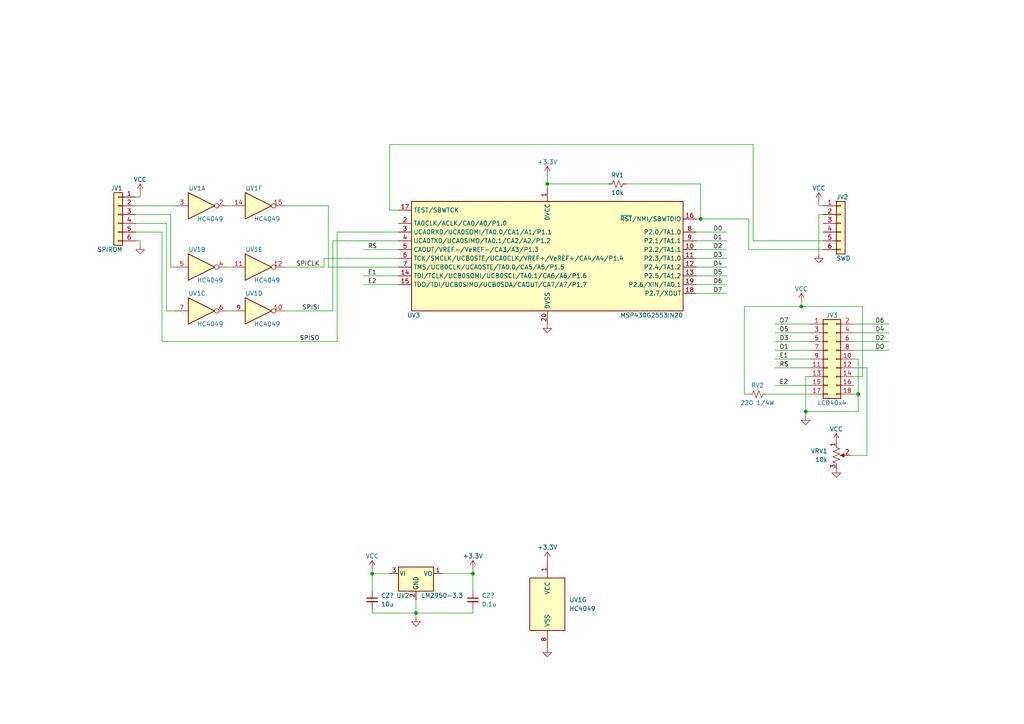
<source format=kicad_sch>
(kicad_sch (version 20211123) (generator eeschema)
  (paper "A4")
  (lib_symbols
    (symbol "4xxx:4049" (pin_names (offset 1.016))
      (property "Reference" "U" (at 0 1.27 0))
      (property "Value" "4049" (at 0 -1.27 0))
      (symbol "4049_1_0"
        (polyline (pts (xy -3.81 3.81) (xy -3.81 -3.81) (xy 3.81 0) (xy -3.81 3.81)) (stroke (width 0.254)) (fill (type background)))
        (pin output inverted (at 7.62 0 180) (length 3.81) (name "~") (number "2"))
        (pin input line (at -7.62 0 0) (length 3.81) (name "~") (number "3"))
      )
      (symbol "4049_2_0"
        (polyline (pts (xy -3.81 3.81) (xy -3.81 -3.81) (xy 3.81 0) (xy -3.81 3.81)) (stroke (width 0.254)) (fill (type background)))
        (pin output inverted (at 7.62 0 180) (length 3.81) (name "~") (number "4"))
        (pin input line (at -7.62 0 0) (length 3.81) (name "~") (number "5"))
      )
      (symbol "4049_3_0"
        (polyline (pts (xy -3.81 3.81) (xy -3.81 -3.81) (xy 3.81 0) (xy -3.81 3.81)) (stroke (width 0.254)) (fill (type background)))
        (pin output inverted (at 7.62 0 180) (length 3.81) (name "~") (number "6"))
        (pin input line (at -7.62 0 0) (length 3.81) (name "~") (number "7"))
      )
      (symbol "4049_4_0"
        (polyline (pts (xy -3.81 3.81) (xy -3.81 -3.81) (xy 3.81 0) (xy -3.81 3.81)) (stroke (width 0.254)) (fill (type background)))
        (pin output inverted (at 7.62 0 180) (length 3.81) (name "~") (number "10"))
        (pin input line (at -7.62 0 0) (length 3.81) (name "~") (number "9"))
      )
      (symbol "4049_5_0"
        (polyline (pts (xy -3.81 3.81) (xy -3.81 -3.81) (xy 3.81 0) (xy -3.81 3.81)) (stroke (width 0.254)) (fill (type background)))
        (pin input line (at -7.62 0 0) (length 3.81) (name "~") (number "11"))
        (pin output inverted (at 7.62 0 180) (length 3.81) (name "~") (number "12"))
      )
      (symbol "4049_6_0"
        (polyline (pts (xy -3.81 3.81) (xy -3.81 -3.81) (xy 3.81 0) (xy -3.81 3.81)) (stroke (width 0.254)) (fill (type background)))
        (pin input line (at -7.62 0 0) (length 3.81) (name "~") (number "14"))
        (pin output inverted (at 7.62 0 180) (length 3.81) (name "~") (number "15"))
      )
      (symbol "4049_7_0"
        (pin power_in line (at 0 12.7 270) (length 5.08) (name "VCC") (number "1"))
        (pin power_in line (at 0 -12.7 90) (length 5.08) (name "VSS") (number "8"))
      )
      (symbol "4049_7_1"
        (rectangle (start -5.08 7.62) (end 5.08 -7.62) (stroke (width 0.254)) (fill (type background)))
      )
    )
    (symbol "Connector_Generic:Conn_01x06" (pin_names (offset 1.016) hide)
      (property "Reference" "J" (at 0 7.62 0))
      (property "Value" "Conn_01x06" (at 0 -10.16 0))
      (symbol "Conn_01x06_1_1"
        (rectangle (start -1.27 -7.493) (end 0 -7.747) (stroke (width 0.1524)))
        (rectangle (start -1.27 -4.953) (end 0 -5.207) (stroke (width 0.1524)))
        (rectangle (start -1.27 -2.413) (end 0 -2.667) (stroke (width 0.1524)))
        (rectangle (start -1.27 0.127) (end 0 -0.127) (stroke (width 0.1524)))
        (rectangle (start -1.27 2.667) (end 0 2.413) (stroke (width 0.1524)))
        (rectangle (start -1.27 5.207) (end 0 4.953) (stroke (width 0.1524)))
        (rectangle (start -1.27 6.35) (end 1.27 -8.89) (stroke (width 0.254)) (fill (type background)))
        (pin passive line (at -5.08 5.08 0) (length 3.81) (name "Pin_1") (number "1"))
        (pin passive line (at -5.08 2.54 0) (length 3.81) (name "Pin_2") (number "2"))
        (pin passive line (at -5.08 0 0) (length 3.81) (name "Pin_3") (number "3"))
        (pin passive line (at -5.08 -2.54 0) (length 3.81) (name "Pin_4") (number "4"))
        (pin passive line (at -5.08 -5.08 0) (length 3.81) (name "Pin_5") (number "5"))
        (pin passive line (at -5.08 -7.62 0) (length 3.81) (name "Pin_6") (number "6"))
      )
    )
    (symbol "Connector_Generic:Conn_02x09_Odd_Even" (pin_names (offset 1.016) hide)
      (property "Reference" "J" (at 1.27 12.7 0))
      (property "Value" "Conn_02x09_Odd_Even" (at 1.27 -12.7 0))
      (symbol "Conn_02x09_Odd_Even_1_1"
        (rectangle (start -1.27 -10.033) (end 0 -10.287) (stroke (width 0.1524)))
        (rectangle (start -1.27 -7.493) (end 0 -7.747) (stroke (width 0.1524)))
        (rectangle (start -1.27 -4.953) (end 0 -5.207) (stroke (width 0.1524)))
        (rectangle (start -1.27 -2.413) (end 0 -2.667) (stroke (width 0.1524)))
        (rectangle (start -1.27 0.127) (end 0 -0.127) (stroke (width 0.1524)))
        (rectangle (start -1.27 2.667) (end 0 2.413) (stroke (width 0.1524)))
        (rectangle (start -1.27 5.207) (end 0 4.953) (stroke (width 0.1524)))
        (rectangle (start -1.27 7.747) (end 0 7.493) (stroke (width 0.1524)))
        (rectangle (start -1.27 10.287) (end 0 10.033) (stroke (width 0.1524)))
        (rectangle (start -1.27 11.43) (end 3.81 -11.43) (stroke (width 0.254)) (fill (type background)))
        (rectangle (start 3.81 -10.033) (end 2.54 -10.287) (stroke (width 0.1524)))
        (rectangle (start 3.81 -7.493) (end 2.54 -7.747) (stroke (width 0.1524)))
        (rectangle (start 3.81 -4.953) (end 2.54 -5.207) (stroke (width 0.1524)))
        (rectangle (start 3.81 -2.413) (end 2.54 -2.667) (stroke (width 0.1524)))
        (rectangle (start 3.81 0.127) (end 2.54 -0.127) (stroke (width 0.1524)))
        (rectangle (start 3.81 2.667) (end 2.54 2.413) (stroke (width 0.1524)))
        (rectangle (start 3.81 5.207) (end 2.54 4.953) (stroke (width 0.1524)))
        (rectangle (start 3.81 7.747) (end 2.54 7.493) (stroke (width 0.1524)))
        (rectangle (start 3.81 10.287) (end 2.54 10.033) (stroke (width 0.1524)))
        (pin passive line (at -5.08 10.16 0) (length 3.81) (name "Pin_1") (number "1"))
        (pin passive line (at 7.62 0 180) (length 3.81) (name "Pin_10") (number "10"))
        (pin passive line (at -5.08 -2.54 0) (length 3.81) (name "Pin_11") (number "11"))
        (pin passive line (at 7.62 -2.54 180) (length 3.81) (name "Pin_12") (number "12"))
        (pin passive line (at -5.08 -5.08 0) (length 3.81) (name "Pin_13") (number "13"))
        (pin passive line (at 7.62 -5.08 180) (length 3.81) (name "Pin_14") (number "14"))
        (pin passive line (at -5.08 -7.62 0) (length 3.81) (name "Pin_15") (number "15"))
        (pin passive line (at 7.62 -7.62 180) (length 3.81) (name "Pin_16") (number "16"))
        (pin passive line (at -5.08 -10.16 0) (length 3.81) (name "Pin_17") (number "17"))
        (pin passive line (at 7.62 -10.16 180) (length 3.81) (name "Pin_18") (number "18"))
        (pin passive line (at 7.62 10.16 180) (length 3.81) (name "Pin_2") (number "2"))
        (pin passive line (at -5.08 7.62 0) (length 3.81) (name "Pin_3") (number "3"))
        (pin passive line (at 7.62 7.62 180) (length 3.81) (name "Pin_4") (number "4"))
        (pin passive line (at -5.08 5.08 0) (length 3.81) (name "Pin_5") (number "5"))
        (pin passive line (at 7.62 5.08 180) (length 3.81) (name "Pin_6") (number "6"))
        (pin passive line (at -5.08 2.54 0) (length 3.81) (name "Pin_7") (number "7"))
        (pin passive line (at 7.62 2.54 180) (length 3.81) (name "Pin_8") (number "8"))
        (pin passive line (at -5.08 0 0) (length 3.81) (name "Pin_9") (number "9"))
      )
    )
    (symbol "Device:C_Small" (pin_numbers hide) (pin_names (offset 0.254) hide)
      (property "Reference" "C" (at 0.254 1.778 0))
      (property "Value" "C_Small" (at 0.254 -2.032 0))
      (symbol "C_Small_0_1"
        (polyline (pts (xy -1.524 -0.508) (xy 1.524 -0.508)) (stroke (width 0.3302)))
        (polyline (pts (xy -1.524 0.508) (xy 1.524 0.508)) (stroke (width 0.3048)))
      )
      (symbol "C_Small_1_1"
        (pin passive line (at 0 2.54 270) (length 2.032) (name "~") (number "1"))
        (pin passive line (at 0 -2.54 90) (length 2.032) (name "~") (number "2"))
      )
    )
    (symbol "Device:R_Potentiometer_US" (pin_names (offset 1.016) hide)
      (property "Reference" "RV" (at -4.445 0 90))
      (property "Value" "R_Potentiometer_US" (at -2.54 0 90))
      (symbol "R_Potentiometer_US_0_1"
        (polyline (pts (xy 0 -2.286) (xy 0 -2.54)))
        (polyline (pts (xy 0 2.54) (xy 0 2.286)))
        (polyline (pts (xy 2.54 0) (xy 1.524 0)))
        (polyline (pts (xy 1.143 0) (xy 2.286 0.508) (xy 2.286 -0.508) (xy 1.143 0)) (fill (type outline)))
        (polyline (pts (xy 0 -0.762) (xy 1.016 -1.143) (xy 0 -1.524) (xy -1.016 -1.905) (xy 0 -2.286)))
        (polyline (pts (xy 0 0.762) (xy 1.016 0.381) (xy 0 0) (xy -1.016 -0.381) (xy 0 -0.762)))
        (polyline (pts (xy 0 2.286) (xy 1.016 1.905) (xy 0 1.524) (xy -1.016 1.143) (xy 0 0.762)))
      )
      (symbol "R_Potentiometer_US_1_1"
        (pin passive line (at 0 3.81 270) (length 1.27) (name "1") (number "1"))
        (pin passive line (at 3.81 0 180) (length 1.27) (name "2") (number "2"))
        (pin passive line (at 0 -3.81 90) (length 1.27) (name "3") (number "3"))
      )
    )
    (symbol "Device:R_Small_US" (pin_numbers hide) (pin_names (offset 0.254) hide)
      (property "Reference" "R" (at 0.762 0.508 0))
      (property "Value" "R_Small_US" (at 0.762 -1.016 0))
      (symbol "R_Small_US_1_1"
        (polyline (pts (xy 0 0) (xy 1.016 -0.381) (xy 0 -0.762) (xy -1.016 -1.143) (xy 0 -1.524)))
        (polyline (pts (xy 0 1.524) (xy 1.016 1.143) (xy 0 0.762) (xy -1.016 0.381) (xy 0 0)))
        (pin passive line (at 0 2.54 270) (length 1.016) (name "~") (number "1"))
        (pin passive line (at 0 -2.54 90) (length 1.016) (name "~") (number "2"))
      )
    )
    (symbol "MCU_Texas_MSP430:MSP430G2553IN20"
      (property "Reference" "U" (at -38.1 17.78 0))
      (property "Value" "MSP430G2553IN20" (at 31.75 -16.51 0))
      (symbol "MSP430G2553IN20_0_1"
        (rectangle (start -39.37 16.51) (end 39.37 -15.24) (stroke (width 0.254)) (fill (type background)))
      )
      (symbol "MSP430G2553IN20_1_1"
        (pin power_in line (at 0 20.32 270) (length 3.81) (name "DVCC") (number "1"))
        (pin bidirectional line (at -43.18 2.54 0) (length 3.81) (name "P2.2/TA1.1") (number "10"))
        (pin bidirectional line (at -43.18 0 0) (length 3.81) (name "P2.3/TA1.0") (number "11"))
        (pin bidirectional line (at -43.18 -2.54 0) (length 3.81) (name "P2.4/TA1.2") (number "12"))
        (pin bidirectional line (at -43.18 -5.08 0) (length 3.81) (name "P2.5/TA1.2") (number "13"))
        (pin bidirectional line (at 43.18 -5.08 180) (length 3.81) (name "TDI/TCLK/UCB0SOMI/UCB0SCL/TA0.1/CA6/A6/P1.6") (number "14"))
        (pin bidirectional line (at 43.18 -7.62 180) (length 3.81) (name "TDO/TDI/UCB0SIMO/UCB0SDA/CAOUT/CA7/A7/P1.7") (number "15"))
        (pin input line (at -43.18 11.43 0) (length 3.81) (name "~{RST}/NMI/SBWTDIO") (number "16"))
        (pin input line (at 43.18 13.97 180) (length 3.81) (name "TEST/SBWTCK") (number "17"))
        (pin bidirectional line (at -43.18 -10.16 0) (length 3.81) (name "P2.7/XOUT") (number "18"))
        (pin bidirectional line (at -43.18 -7.62 0) (length 3.81) (name "P2.6/XIN/TA0.1") (number "19"))
        (pin bidirectional line (at 43.18 10.16 180) (length 3.81) (name "TA0CLK/ACLK/CA0/A0/P1.0") (number "2"))
        (pin power_in line (at 0 -19.05 90) (length 3.81) (name "DVSS") (number "20"))
        (pin bidirectional line (at 43.18 7.62 180) (length 3.81) (name "UCA0RXD/UCA0SOMI/TA0.0/CA1/A1/P1.1") (number "3"))
        (pin bidirectional line (at 43.18 5.08 180) (length 3.81) (name "UCA0TXD/UCA0SIMO/TA0.1/CA2/A2/P1.2") (number "4"))
        (pin bidirectional line (at 43.18 2.54 180) (length 3.81) (name "CAOUT/VREF-/VeREF-/CA3/A3/P1.3") (number "5"))
        (pin bidirectional line (at 43.18 0 180) (length 3.81) (name "TCK/SMCLK/UCB0STE/UCA0CLK/VREF+/VeREF+/CA4/A4/P1.4") (number "6"))
        (pin bidirectional line (at 43.18 -2.54 180) (length 3.81) (name "TMS/UCB0CLK/UCA0STE/TA0.0/CA5/A5/P1.5") (number "7"))
        (pin bidirectional line (at -43.18 7.62 0) (length 3.81) (name "P2.0/TA1.0") (number "8"))
        (pin bidirectional line (at -43.18 5.08 0) (length 3.81) (name "P2.1/TA1.1") (number "9"))
      )
    )
    (symbol "Regulator_Linear:LP2950-3.3_TO92" (pin_names (offset 0.254))
      (property "Reference" "U" (at -3.81 3.175 0))
      (property "Value" "LP2950-3.3_TO92" (at 0 3.175 0))
      (symbol "LP2950-3.3_TO92_0_1"
        (rectangle (start -5.08 -5.08) (end 5.08 1.905) (stroke (width 0.254)) (fill (type background)))
      )
      (symbol "LP2950-3.3_TO92_1_1"
        (pin power_out line (at 7.62 0 180) (length 2.54) (name "VO") (number "1"))
        (pin power_in line (at 0 -7.62 90) (length 2.54) (name "GND") (number "2"))
        (pin power_in line (at -7.62 0 0) (length 2.54) (name "VI") (number "3"))
      )
    )
    (symbol "power:+3.3V" (power) (pin_names (offset 0))
      (property "Value" "+3.3V" (at 0 3.556 0))
      (symbol "+3.3V_0_1"
        (polyline (pts (xy -0.762 1.27) (xy 0 2.54)))
        (polyline (pts (xy 0 0) (xy 0 2.54)))
        (polyline (pts (xy 0 2.54) (xy 0.762 1.27)))
      )
      (symbol "+3.3V_1_1"
        (pin power_in line (at 0 0 90) (length 0) hide (name "+3.3V") (number "1"))
      )
    )
    (symbol "power:GND" (power) (pin_names (offset 0))
      (property "Value" "GND" (at 0 -3.81 0))
      (symbol "GND_0_1"
        (polyline (pts (xy 0 0) (xy 0 -1.27) (xy 1.27 -1.27) (xy 0 -2.54) (xy -1.27 -1.27) (xy 0 -1.27)))
      )
      (symbol "GND_1_1"
        (pin power_in line (at 0 0 270) (length 0) hide (name "GND") (number "1"))
      )
    )
    (symbol "power:VCC" (power) (pin_names (offset 0))
      (property "Value" "VCC" (at 0 3.81 0))
      (symbol "VCC_0_1"
        (polyline (pts (xy -0.762 1.27) (xy 0 2.54)))
        (polyline (pts (xy 0 0) (xy 0 2.54)))
        (polyline (pts (xy 0 2.54) (xy 0.762 1.27)))
      )
      (symbol "VCC_1_1"
        (pin power_in line (at 0 0 90) (length 0) hide (name "VCC") (number "1"))
      )
    )
  )
  (junction (at 107.95 166.37))
  (junction (at 248.92 114.3))
  (junction (at 203.2 63.5))
  (junction (at 137.16 166.37))
  (junction (at 158.75 53.34))
  (junction (at 232.41 88.9))
  (junction (at 120.65 177.8))
  (junction (at 233.68 119.38))
  (wire (pts (xy 137.16 166.37) (xy 137.16 171.45)))
  (wire (pts (xy 250.19 88.9) (xy 232.41 88.9)))
  (wire (pts (xy 158.75 53.34) (xy 158.75 54.61)))
  (wire (pts (xy 158.75 50.8) (xy 158.75 53.34)))
  (wire (pts (xy 97.79 67.31) (xy 115.57 67.31)))
  (wire (pts (xy 201.93 77.47) (xy 210.82 77.47)))
  (wire (pts (xy 39.37 64.77) (xy 48.26 64.77)))
  (wire (pts (xy 247.65 104.14) (xy 248.92 104.14)))
  (wire (pts (xy 107.95 165.1) (xy 107.95 166.37)))
  (wire (pts (xy 247.65 96.52) (xy 257.81 96.52)))
  (wire (pts (xy 107.95 166.37) (xy 113.03 166.37)))
  (wire (pts (xy 115.57 74.93) (xy 93.98 74.93)))
  (wire (pts (xy 233.68 109.22) (xy 233.68 119.38)))
  (wire (pts (xy 107.95 166.37) (xy 107.95 171.45)))
  (wire (pts (xy 237.49 59.69) (xy 237.49 58.42)))
  (wire (pts (xy 232.41 87.63) (xy 232.41 88.9)))
  (wire (pts (xy 107.95 177.8) (xy 120.65 177.8)))
  (wire (pts (xy 247.65 106.68) (xy 251.46 106.68)))
  (wire (pts (xy 201.93 72.39) (xy 210.82 72.39)))
  (wire (pts (xy 67.31 77.47) (xy 66.04 77.47)))
  (wire (pts (xy 234.95 93.98) (xy 224.79 93.98)))
  (wire (pts (xy 113.03 41.91) (xy 218.44 41.91)))
  (wire (pts (xy 181.61 53.34) (xy 203.2 53.34)))
  (wire (pts (xy 251.46 106.68) (xy 251.46 132.08)))
  (wire (pts (xy 39.37 62.23) (xy 49.53 62.23)))
  (wire (pts (xy 201.93 82.55) (xy 210.82 82.55)))
  (wire (pts (xy 218.44 69.85) (xy 238.76 69.85)))
  (wire (pts (xy 95.25 59.69) (xy 95.25 77.47)))
  (wire (pts (xy 234.95 104.14) (xy 224.79 104.14)))
  (wire (pts (xy 158.75 53.34) (xy 176.53 53.34)))
  (wire (pts (xy 237.49 62.23) (xy 237.49 73.66)))
  (wire (pts (xy 48.26 90.17) (xy 50.8 90.17)))
  (wire (pts (xy 238.76 62.23) (xy 237.49 62.23)))
  (wire (pts (xy 251.46 132.08) (xy 246.38 132.08)))
  (wire (pts (xy 247.65 101.6) (xy 257.81 101.6)))
  (wire (pts (xy 82.55 90.17) (xy 96.52 90.17)))
  (wire (pts (xy 115.57 60.96) (xy 113.03 60.96)))
  (wire (pts (xy 222.25 114.3) (xy 234.95 114.3)))
  (wire (pts (xy 137.16 165.1) (xy 137.16 166.37)))
  (wire (pts (xy 201.93 85.09) (xy 210.82 85.09)))
  (wire (pts (xy 233.68 120.65) (xy 233.68 119.38)))
  (wire (pts (xy 39.37 69.85) (xy 40.64 69.85)))
  (wire (pts (xy 49.53 77.47) (xy 50.8 77.47)))
  (wire (pts (xy 234.95 101.6) (xy 224.79 101.6)))
  (wire (pts (xy 217.17 114.3) (xy 215.9 114.3)))
  (wire (pts (xy 120.65 177.8) (xy 120.65 173.99)))
  (wire (pts (xy 46.99 99.06) (xy 97.79 99.06)))
  (wire (pts (xy 248.92 104.14) (xy 248.92 114.3)))
  (wire (pts (xy 247.65 99.06) (xy 257.81 99.06)))
  (wire (pts (xy 247.65 109.22) (xy 250.19 109.22)))
  (wire (pts (xy 250.19 109.22) (xy 250.19 88.9)))
  (wire (pts (xy 48.26 64.77) (xy 48.26 90.17)))
  (wire (pts (xy 238.76 59.69) (xy 237.49 59.69)))
  (wire (pts (xy 39.37 59.69) (xy 50.8 59.69)))
  (wire (pts (xy 203.2 53.34) (xy 203.2 63.5)))
  (wire (pts (xy 115.57 80.01) (xy 105.41 80.01)))
  (wire (pts (xy 248.92 114.3) (xy 248.92 119.38)))
  (wire (pts (xy 82.55 77.47) (xy 93.98 77.47)))
  (wire (pts (xy 233.68 119.38) (xy 248.92 119.38)))
  (wire (pts (xy 40.64 57.15) (xy 40.64 55.88)))
  (wire (pts (xy 40.64 69.85) (xy 40.64 71.12)))
  (wire (pts (xy 137.16 177.8) (xy 120.65 177.8)))
  (wire (pts (xy 201.93 74.93) (xy 210.82 74.93)))
  (wire (pts (xy 137.16 176.53) (xy 137.16 177.8)))
  (wire (pts (xy 201.93 69.85) (xy 210.82 69.85)))
  (wire (pts (xy 67.31 90.17) (xy 66.04 90.17)))
  (wire (pts (xy 234.95 99.06) (xy 224.79 99.06)))
  (wire (pts (xy 46.99 67.31) (xy 46.99 99.06)))
  (wire (pts (xy 82.55 59.69) (xy 95.25 59.69)))
  (wire (pts (xy 49.53 62.23) (xy 49.53 77.47)))
  (wire (pts (xy 238.76 72.39) (xy 217.17 72.39)))
  (wire (pts (xy 120.65 179.07) (xy 120.65 177.8)))
  (wire (pts (xy 39.37 67.31) (xy 46.99 67.31)))
  (wire (pts (xy 203.2 63.5) (xy 217.17 63.5)))
  (wire (pts (xy 95.25 77.47) (xy 115.57 77.47)))
  (wire (pts (xy 96.52 90.17) (xy 96.52 69.85)))
  (wire (pts (xy 247.65 114.3) (xy 248.92 114.3)))
  (wire (pts (xy 97.79 99.06) (xy 97.79 67.31)))
  (wire (pts (xy 215.9 114.3) (xy 215.9 88.9)))
  (wire (pts (xy 93.98 74.93) (xy 93.98 77.47)))
  (wire (pts (xy 201.93 63.5) (xy 203.2 63.5)))
  (wire (pts (xy 107.95 176.53) (xy 107.95 177.8)))
  (wire (pts (xy 234.95 106.68) (xy 224.79 106.68)))
  (wire (pts (xy 128.27 166.37) (xy 137.16 166.37)))
  (wire (pts (xy 113.03 60.96) (xy 113.03 41.91)))
  (wire (pts (xy 234.95 96.52) (xy 224.79 96.52)))
  (wire (pts (xy 96.52 69.85) (xy 115.57 69.85)))
  (wire (pts (xy 201.93 67.31) (xy 210.82 67.31)))
  (wire (pts (xy 201.93 80.01) (xy 210.82 80.01)))
  (wire (pts (xy 234.95 111.76) (xy 224.79 111.76)))
  (wire (pts (xy 39.37 57.15) (xy 40.64 57.15)))
  (wire (pts (xy 115.57 82.55) (xy 105.41 82.55)))
  (wire (pts (xy 67.31 59.69) (xy 66.04 59.69)))
  (wire (pts (xy 218.44 41.91) (xy 218.44 69.85)))
  (wire (pts (xy 217.17 72.39) (xy 217.17 63.5)))
  (wire (pts (xy 247.65 93.98) (xy 257.81 93.98)))
  (wire (pts (xy 215.9 88.9) (xy 232.41 88.9)))
  (wire (pts (xy 234.95 109.22) (xy 233.68 109.22)))
  (wire (pts (xy 115.57 72.39) (xy 105.41 72.39)))
  (label "SPICLK" (at 92.71 77.47 180))
  (label "D4" (at 256.54 96.52 180))
  (label "D1" (at 209.55 69.85 180))
  (label "D5" (at 209.55 80.01 180))
  (label "D4" (at 209.55 77.47 180))
  (label "D7" (at 209.55 85.09 180))
  (label "E2" (at 226.06 111.76 0))
  (label "D3" (at 226.06 99.06 0))
  (label "RS" (at 106.68 72.39 0))
  (label "D6" (at 209.55 82.55 180))
  (label "E1" (at 106.68 80.01 0))
  (label "D0" (at 209.55 67.31 180))
  (label "SPISI" (at 92.71 90.17 180))
  (label "E2" (at 106.68 82.55 0))
  (label "D3" (at 209.55 74.93 180))
  (label "D0" (at 256.54 101.6 180))
  (label "RS" (at 226.06 106.68 0))
  (label "D2" (at 256.54 99.06 180))
  (label "D7" (at 226.06 93.98 0))
  (label "D6" (at 256.54 93.98 180))
  (label "D5" (at 226.06 96.52 0))
  (label "SPISO" (at 92.71 99.06 180))
  (label "E1" (at 226.06 104.14 0))
  (label "D2" (at 209.55 72.39 180))
  (label "D1" (at 226.06 101.6 0))
  (symbol (lib_id "Connector_Generic:Conn_01x06") (at 243.84 64.77 0) (unit 1)
    (property "Reference" "JV2" (at 242.57 57.15 0) (effects (justify left)))
    (property "Value" "SWD" (at 242.57 74.93 0) (effects (justify left)))
  )
  (symbol (lib_id "Connector_Generic:Conn_02x09_Odd_Even") (at 240.03 104.14 0) (unit 1)
    (property "Reference" "JV3" (at 241.3 91.44 0))
    (property "Value" "LCD40x4" (at 241.3 116.84 0))
  )
  (symbol (lib_id "power:+3.3V") (at 158.75 162.56 0) (unit 1)
    (property "Reference" "#PWR?" (effects hide))
    (property "Value" "+3.3V" (at 158.75 158.75 0))
  )
  (symbol (lib_id "Regulator_Linear:LP2950-3.3_TO92") (at 120.65 166.37 0) (unit 1)
    (property "Reference" "UV2" (at 116.84 172.72 0))
    (property "Value" "LM2950-3.3" (at 128.27 172.72 0))
    (property "Footprint" "Package_TO_SOT_THT:TO-92_Inline" (effects hide))
    (property "Datasheet" "http://www.ti.com/lit/ds/symlink/lp2950.pdf" (effects hide))
  )
  (symbol (lib_id "4xxx:4049") (at 58.42 90.17 0) (unit 3)
    (property "Reference" "UV1" (at 57.15 85.09 0))
    (property "Value" "HC4049" (at 60.96 93.98 0))
    (property "Datasheet" "http://www.intersil.com/content/dam/intersil/documents/cd40/cd4049ubms.pdf" (effects hide))
  )
  (symbol (lib_id "power:GND") (at 40.64 71.12 0) (unit 1)
    (property "Reference" "#PWR?" (effects hide))
    (property "Value" "GND" (effects hide))
  )
  (symbol (lib_id "power:VCC") (at 237.49 58.42 0) (mirror y) (unit 1)
    (property "Reference" "#PWR?" (effects hide))
    (property "Value" "VCC" (at 237.49 54.61 0))
  )
  (symbol (lib_id "power:GND") (at 233.68 120.65 0) (mirror y) (unit 1)
    (property "Reference" "#PWR?" (effects hide))
    (property "Value" "GND" (effects hide))
  )
  (symbol (lib_id "Device:C_Small") (at 137.16 173.99 0) (unit 1)
    (property "Reference" "CZ?" (at 139.7 172.7262 0) (effects (justify left)))
    (property "Value" "0.1u" (at 139.7 175.2662 0) (effects (justify left)))
  )
  (symbol (lib_id "MCU_Texas_MSP430:MSP430G2553IN20") (at 158.75 74.93 0) (mirror y) (unit 1)
    (property "Reference" "UV3" (at 121.92 91.44 0) (effects (justify left)))
    (property "Value" "MSP430G2553IN20" (at 198.12 91.44 0) (effects (justify left)))
    (property "Footprint" "Package_DIP:DIP-20_W7.62mm" (effects hide))
    (property "Datasheet" "http://www.ti.com/lit/ds/symlink/msp430g2553.pdf" (effects hide))
  )
  (symbol (lib_id "4xxx:4049") (at 74.93 77.47 0) (unit 5)
    (property "Reference" "UV1" (at 73.66 72.39 0))
    (property "Value" "HC4049" (at 77.47 81.28 0))
    (property "Datasheet" "http://www.intersil.com/content/dam/intersil/documents/cd40/cd4049ubms.pdf" (effects hide))
  )
  (symbol (lib_id "Device:R_Potentiometer_US") (at 242.57 132.08 0) (unit 1)
    (property "Reference" "VRV1" (at 240.03 130.8099 0) (effects (justify right)))
    (property "Value" "10k" (at 240.03 133.3499 0) (effects (justify right)))
  )
  (symbol (lib_id "power:VCC") (at 40.64 55.88 0) (mirror y) (unit 1)
    (property "Reference" "#PWR?" (effects hide))
    (property "Value" "VCC" (at 40.64 52.07 0))
  )
  (symbol (lib_id "Connector_Generic:Conn_01x06") (at 34.29 62.23 0) (mirror y) (unit 1)
    (property "Reference" "JV1" (at 35.56 54.61 0) (effects (justify left)))
    (property "Value" "SPIROM" (at 35.56 72.39 0) (effects (justify left)))
  )
  (symbol (lib_id "4xxx:4049") (at 74.93 90.17 0) (unit 4)
    (property "Reference" "UV1" (at 73.66 85.09 0))
    (property "Value" "HC4049" (at 77.47 93.98 0))
    (property "Datasheet" "http://www.intersil.com/content/dam/intersil/documents/cd40/cd4049ubms.pdf" (effects hide))
  )
  (symbol (lib_id "power:VCC") (at 107.95 165.1 0) (mirror y) (unit 1)
    (property "Reference" "#PWR?" (effects hide))
    (property "Value" "VCC" (at 107.95 161.29 0))
  )
  (symbol (lib_id "Device:R_Small_US") (at 219.71 114.3 90) (unit 1)
    (property "Reference" "RV2" (at 219.71 111.76 90))
    (property "Value" "220 1/4W" (at 219.71 116.84 90))
  )
  (symbol (lib_id "4xxx:4049") (at 58.42 59.69 0) (unit 1)
    (property "Reference" "UV1" (at 57.15 54.61 0))
    (property "Value" "HC4049" (at 60.96 63.5 0))
    (property "Datasheet" "http://www.intersil.com/content/dam/intersil/documents/cd40/cd4049ubms.pdf" (effects hide))
  )
  (symbol (lib_id "power:GND") (at 158.75 93.98 0) (mirror y) (unit 1)
    (property "Reference" "#PWR?" (effects hide))
    (property "Value" "GND" (effects hide))
  )
  (symbol (lib_id "power:+3.3V") (at 137.16 165.1 0) (unit 1)
    (property "Reference" "#PWR?" (effects hide))
    (property "Value" "+3.3V" (at 137.16 161.29 0))
  )
  (symbol (lib_id "Device:C_Small") (at 107.95 173.99 0) (unit 1)
    (property "Reference" "CZ?" (at 110.49 172.7262 0) (effects (justify left)))
    (property "Value" "10u" (at 110.49 175.2662 0) (effects (justify left)))
  )
  (symbol (lib_id "power:GND") (at 158.75 187.96 0) (unit 1)
    (property "Reference" "#PWR?" (effects hide))
    (property "Value" "GND" (effects hide))
  )
  (symbol (lib_id "power:GND") (at 237.49 73.66 0) (mirror y) (unit 1)
    (property "Reference" "#PWR?" (effects hide))
    (property "Value" "GND" (effects hide))
  )
  (symbol (lib_id "4xxx:4049") (at 74.93 59.69 0) (unit 6)
    (property "Reference" "UV1" (at 73.66 54.61 0))
    (property "Value" "HC4049" (at 77.47 63.5 0))
    (property "Datasheet" "http://www.intersil.com/content/dam/intersil/documents/cd40/cd4049ubms.pdf" (effects hide))
  )
  (symbol (lib_id "Device:R_Small_US") (at 179.07 53.34 90) (unit 1)
    (property "Reference" "RV1" (at 179.07 50.8 90))
    (property "Value" "10k" (at 179.07 55.88 90))
  )
  (symbol (lib_id "4xxx:4049") (at 58.42 77.47 0) (unit 2)
    (property "Reference" "UV1" (at 57.15 72.39 0))
    (property "Value" "HC4049" (at 60.96 81.28 0))
    (property "Datasheet" "http://www.intersil.com/content/dam/intersil/documents/cd40/cd4049ubms.pdf" (effects hide))
  )
  (symbol (lib_id "4xxx:4049") (at 158.75 175.26 0) (unit 7)
    (property "Reference" "UV1" (at 165.1 173.9899 0) (effects (justify left)))
    (property "Value" "HC4049" (at 165.1 176.5299 0) (effects (justify left)))
    (property "Datasheet" "http://www.intersil.com/content/dam/intersil/documents/cd40/cd4049ubms.pdf" (effects hide))
  )
  (symbol (lib_id "power:VCC") (at 242.57 128.27 0) (mirror y) (unit 1)
    (property "Reference" "#PWR?" (effects hide))
    (property "Value" "VCC" (at 242.57 124.46 0))
  )
  (symbol (lib_id "power:GND") (at 242.57 135.89 0) (mirror y) (unit 1)
    (property "Reference" "#PWR?" (effects hide))
    (property "Value" "GND" (effects hide))
  )
  (symbol (lib_id "power:+3.3V") (at 158.75 50.8 0) (mirror y) (unit 1)
    (property "Reference" "#PWR?" (effects hide))
    (property "Value" "+3.3V" (at 158.75 46.99 0))
  )
  (symbol (lib_id "power:VCC") (at 232.41 87.63 0) (mirror y) (unit 1)
    (property "Reference" "#PWR?" (effects hide))
    (property "Value" "VCC" (at 232.41 83.82 0))
  )
  (symbol (lib_id "power:GND") (at 120.65 179.07 0) (unit 1)
    (property "Reference" "#PWR?" (effects hide))
    (property "Value" "GND" (effects hide))
  )
)
</source>
